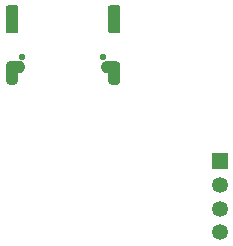
<source format=gbr>
%TF.GenerationSoftware,KiCad,Pcbnew,9.0.6-rc2*%
%TF.CreationDate,2026-01-29T22:58:21-08:00*%
%TF.ProjectId,hoja-dongle,686f6a61-2d64-46f6-9e67-6c652e6b6963,rev?*%
%TF.SameCoordinates,Original*%
%TF.FileFunction,Soldermask,Bot*%
%TF.FilePolarity,Negative*%
%FSLAX46Y46*%
G04 Gerber Fmt 4.6, Leading zero omitted, Abs format (unit mm)*
G04 Created by KiCad (PCBNEW 9.0.6-rc2) date 2026-01-29 22:58:21*
%MOMM*%
%LPD*%
G01*
G04 APERTURE LIST*
%ADD10C,0.010000*%
%ADD11R,1.350000X1.350000*%
%ADD12C,1.350000*%
%ADD13C,0.550000*%
G04 APERTURE END LIST*
D10*
%TO.C,J2*%
X110886000Y-26971000D02*
X110899000Y-26973000D01*
X110912000Y-26975000D01*
X110925000Y-26979000D01*
X110937000Y-26982000D01*
X110950000Y-26987000D01*
X110962000Y-26992000D01*
X110973000Y-26997000D01*
X110985000Y-27003000D01*
X110996000Y-27010001D01*
X111007001Y-27018000D01*
X111017000Y-27026000D01*
X111027000Y-27034000D01*
X111037000Y-27043000D01*
X111046000Y-27053000D01*
X111054000Y-27063000D01*
X111062000Y-27073000D01*
X111070000Y-27084000D01*
X111077000Y-27095000D01*
X111083000Y-27107000D01*
X111088000Y-27118000D01*
X111093000Y-27130000D01*
X111098000Y-27143000D01*
X111101000Y-27155000D01*
X111105000Y-27168000D01*
X111107000Y-27181000D01*
X111109000Y-27194000D01*
X111110000Y-27207000D01*
X111110000Y-27220000D01*
X111110000Y-29020000D01*
X111110000Y-29033001D01*
X111109000Y-29046000D01*
X111107000Y-29059000D01*
X111105000Y-29072000D01*
X111101000Y-29085000D01*
X111098000Y-29097000D01*
X111093000Y-29110000D01*
X111088000Y-29122000D01*
X111083000Y-29133000D01*
X111077000Y-29145000D01*
X111070000Y-29156000D01*
X111062000Y-29167000D01*
X111054000Y-29177000D01*
X111046000Y-29187000D01*
X111037000Y-29197000D01*
X111027000Y-29206000D01*
X111017000Y-29214000D01*
X111007000Y-29222000D01*
X110996000Y-29230000D01*
X110985000Y-29237000D01*
X110973000Y-29243001D01*
X110962000Y-29248000D01*
X110950000Y-29253000D01*
X110937000Y-29258000D01*
X110925000Y-29261000D01*
X110912000Y-29264999D01*
X110899000Y-29267000D01*
X110886000Y-29269000D01*
X110873000Y-29270000D01*
X110859999Y-29270000D01*
X110360000Y-29270000D01*
X110347001Y-29270000D01*
X110334000Y-29269000D01*
X110321000Y-29267000D01*
X110308000Y-29265000D01*
X110295000Y-29261000D01*
X110283000Y-29258000D01*
X110270000Y-29253001D01*
X110258001Y-29248000D01*
X110247000Y-29243000D01*
X110235000Y-29237000D01*
X110224000Y-29230000D01*
X110213000Y-29222000D01*
X110203000Y-29214000D01*
X110193000Y-29206000D01*
X110183000Y-29197000D01*
X110174000Y-29187000D01*
X110166000Y-29177000D01*
X110157999Y-29167000D01*
X110150000Y-29156000D01*
X110143000Y-29145000D01*
X110137000Y-29133000D01*
X110132000Y-29122000D01*
X110127000Y-29110000D01*
X110122000Y-29097000D01*
X110119000Y-29085000D01*
X110115000Y-29072000D01*
X110113000Y-29059000D01*
X110110999Y-29046000D01*
X110110000Y-29033000D01*
X110110000Y-29020000D01*
X110110000Y-27220000D01*
X110110000Y-27207000D01*
X110111000Y-27194000D01*
X110113001Y-27181000D01*
X110115000Y-27168000D01*
X110119000Y-27155000D01*
X110122000Y-27143000D01*
X110127001Y-27130000D01*
X110132000Y-27118000D01*
X110137000Y-27107000D01*
X110143000Y-27095000D01*
X110150000Y-27084000D01*
X110158000Y-27073000D01*
X110166000Y-27063000D01*
X110174000Y-27053000D01*
X110183000Y-27043000D01*
X110193000Y-27034000D01*
X110203000Y-27026000D01*
X110213000Y-27018000D01*
X110224000Y-27010000D01*
X110235000Y-27003000D01*
X110247000Y-26997000D01*
X110258000Y-26992000D01*
X110270000Y-26987000D01*
X110283000Y-26982000D01*
X110295000Y-26979000D01*
X110308000Y-26974999D01*
X110321000Y-26973000D01*
X110334000Y-26971000D01*
X110347000Y-26970000D01*
X110360000Y-26970000D01*
X110860000Y-26970000D01*
X110873000Y-26970000D01*
X110886000Y-26971000D01*
G36*
X110886000Y-26971000D02*
G01*
X110899000Y-26973000D01*
X110912000Y-26975000D01*
X110925000Y-26979000D01*
X110937000Y-26982000D01*
X110950000Y-26987000D01*
X110962000Y-26992000D01*
X110973000Y-26997000D01*
X110985000Y-27003000D01*
X110996000Y-27010001D01*
X111007001Y-27018000D01*
X111017000Y-27026000D01*
X111027000Y-27034000D01*
X111037000Y-27043000D01*
X111046000Y-27053000D01*
X111054000Y-27063000D01*
X111062000Y-27073000D01*
X111070000Y-27084000D01*
X111077000Y-27095000D01*
X111083000Y-27107000D01*
X111088000Y-27118000D01*
X111093000Y-27130000D01*
X111098000Y-27143000D01*
X111101000Y-27155000D01*
X111105000Y-27168000D01*
X111107000Y-27181000D01*
X111109000Y-27194000D01*
X111110000Y-27207000D01*
X111110000Y-27220000D01*
X111110000Y-29020000D01*
X111110000Y-29033001D01*
X111109000Y-29046000D01*
X111107000Y-29059000D01*
X111105000Y-29072000D01*
X111101000Y-29085000D01*
X111098000Y-29097000D01*
X111093000Y-29110000D01*
X111088000Y-29122000D01*
X111083000Y-29133000D01*
X111077000Y-29145000D01*
X111070000Y-29156000D01*
X111062000Y-29167000D01*
X111054000Y-29177000D01*
X111046000Y-29187000D01*
X111037000Y-29197000D01*
X111027000Y-29206000D01*
X111017000Y-29214000D01*
X111007000Y-29222000D01*
X110996000Y-29230000D01*
X110985000Y-29237000D01*
X110973000Y-29243001D01*
X110962000Y-29248000D01*
X110950000Y-29253000D01*
X110937000Y-29258000D01*
X110925000Y-29261000D01*
X110912000Y-29264999D01*
X110899000Y-29267000D01*
X110886000Y-29269000D01*
X110873000Y-29270000D01*
X110859999Y-29270000D01*
X110360000Y-29270000D01*
X110347001Y-29270000D01*
X110334000Y-29269000D01*
X110321000Y-29267000D01*
X110308000Y-29265000D01*
X110295000Y-29261000D01*
X110283000Y-29258000D01*
X110270000Y-29253001D01*
X110258001Y-29248000D01*
X110247000Y-29243000D01*
X110235000Y-29237000D01*
X110224000Y-29230000D01*
X110213000Y-29222000D01*
X110203000Y-29214000D01*
X110193000Y-29206000D01*
X110183000Y-29197000D01*
X110174000Y-29187000D01*
X110166000Y-29177000D01*
X110157999Y-29167000D01*
X110150000Y-29156000D01*
X110143000Y-29145000D01*
X110137000Y-29133000D01*
X110132000Y-29122000D01*
X110127000Y-29110000D01*
X110122000Y-29097000D01*
X110119000Y-29085000D01*
X110115000Y-29072000D01*
X110113000Y-29059000D01*
X110110999Y-29046000D01*
X110110000Y-29033000D01*
X110110000Y-29020000D01*
X110110000Y-27220000D01*
X110110000Y-27207000D01*
X110111000Y-27194000D01*
X110113001Y-27181000D01*
X110115000Y-27168000D01*
X110119000Y-27155000D01*
X110122000Y-27143000D01*
X110127001Y-27130000D01*
X110132000Y-27118000D01*
X110137000Y-27107000D01*
X110143000Y-27095000D01*
X110150000Y-27084000D01*
X110158000Y-27073000D01*
X110166000Y-27063000D01*
X110174000Y-27053000D01*
X110183000Y-27043000D01*
X110193000Y-27034000D01*
X110203000Y-27026000D01*
X110213000Y-27018000D01*
X110224000Y-27010000D01*
X110235000Y-27003000D01*
X110247000Y-26997000D01*
X110258000Y-26992000D01*
X110270000Y-26987000D01*
X110283000Y-26982000D01*
X110295000Y-26979000D01*
X110308000Y-26974999D01*
X110321000Y-26973000D01*
X110334000Y-26971000D01*
X110347000Y-26970000D01*
X110360000Y-26970000D01*
X110860000Y-26970000D01*
X110873000Y-26970000D01*
X110886000Y-26971000D01*
G37*
X119526000Y-26971000D02*
X119539000Y-26973000D01*
X119552000Y-26974999D01*
X119565000Y-26979000D01*
X119577000Y-26982000D01*
X119590000Y-26987000D01*
X119602000Y-26992000D01*
X119613000Y-26997000D01*
X119625000Y-27003000D01*
X119636000Y-27010000D01*
X119647000Y-27018000D01*
X119657000Y-27026000D01*
X119667000Y-27034000D01*
X119677000Y-27043000D01*
X119686000Y-27053000D01*
X119694000Y-27063000D01*
X119702000Y-27073000D01*
X119710000Y-27084000D01*
X119717000Y-27095000D01*
X119723000Y-27107000D01*
X119728000Y-27118000D01*
X119732999Y-27130000D01*
X119738000Y-27143000D01*
X119741000Y-27155000D01*
X119745000Y-27168000D01*
X119746999Y-27181000D01*
X119749000Y-27194000D01*
X119750000Y-27207000D01*
X119750000Y-27220000D01*
X119750000Y-29020000D01*
X119750000Y-29033000D01*
X119749001Y-29046000D01*
X119747000Y-29059000D01*
X119745000Y-29072000D01*
X119741000Y-29085000D01*
X119738000Y-29097000D01*
X119733000Y-29110000D01*
X119728000Y-29122000D01*
X119723000Y-29133000D01*
X119717000Y-29145000D01*
X119710000Y-29156000D01*
X119702001Y-29167000D01*
X119694000Y-29177000D01*
X119686000Y-29187000D01*
X119677000Y-29197000D01*
X119667000Y-29206000D01*
X119657000Y-29214000D01*
X119647000Y-29222000D01*
X119636000Y-29230000D01*
X119625000Y-29237000D01*
X119613000Y-29243000D01*
X119601999Y-29248000D01*
X119590000Y-29253001D01*
X119577000Y-29258000D01*
X119565000Y-29261000D01*
X119552000Y-29265000D01*
X119539000Y-29267000D01*
X119526000Y-29269000D01*
X119512999Y-29270000D01*
X119500000Y-29270000D01*
X119000001Y-29270000D01*
X118987000Y-29270000D01*
X118974000Y-29269000D01*
X118961000Y-29267000D01*
X118948000Y-29264999D01*
X118935000Y-29261000D01*
X118923000Y-29258000D01*
X118910000Y-29253000D01*
X118898000Y-29248000D01*
X118887000Y-29243001D01*
X118875000Y-29237000D01*
X118864000Y-29230000D01*
X118853000Y-29222000D01*
X118843000Y-29214000D01*
X118833000Y-29206000D01*
X118823000Y-29197000D01*
X118814000Y-29187000D01*
X118806000Y-29177000D01*
X118798000Y-29167000D01*
X118790000Y-29156000D01*
X118783000Y-29145000D01*
X118777000Y-29133000D01*
X118772000Y-29122000D01*
X118767000Y-29110000D01*
X118762000Y-29097000D01*
X118759000Y-29085000D01*
X118755000Y-29072000D01*
X118753000Y-29059000D01*
X118751000Y-29046000D01*
X118750000Y-29033001D01*
X118750000Y-29020000D01*
X118750000Y-27220000D01*
X118750000Y-27207000D01*
X118751000Y-27194000D01*
X118753000Y-27181000D01*
X118755000Y-27168000D01*
X118759000Y-27155000D01*
X118762000Y-27143000D01*
X118767000Y-27130000D01*
X118772000Y-27118000D01*
X118777000Y-27107000D01*
X118783000Y-27095000D01*
X118790000Y-27084000D01*
X118798000Y-27073000D01*
X118806000Y-27063000D01*
X118814000Y-27053000D01*
X118823000Y-27043000D01*
X118833000Y-27034000D01*
X118843000Y-27026000D01*
X118852999Y-27018000D01*
X118864000Y-27010001D01*
X118875000Y-27003000D01*
X118887000Y-26997000D01*
X118898000Y-26992000D01*
X118910000Y-26987000D01*
X118923000Y-26982000D01*
X118935000Y-26979000D01*
X118948000Y-26975000D01*
X118961000Y-26973000D01*
X118974000Y-26971000D01*
X118987000Y-26970000D01*
X119000000Y-26970000D01*
X119500000Y-26970000D01*
X119513000Y-26970000D01*
X119526000Y-26971000D01*
G36*
X119526000Y-26971000D02*
G01*
X119539000Y-26973000D01*
X119552000Y-26974999D01*
X119565000Y-26979000D01*
X119577000Y-26982000D01*
X119590000Y-26987000D01*
X119602000Y-26992000D01*
X119613000Y-26997000D01*
X119625000Y-27003000D01*
X119636000Y-27010000D01*
X119647000Y-27018000D01*
X119657000Y-27026000D01*
X119667000Y-27034000D01*
X119677000Y-27043000D01*
X119686000Y-27053000D01*
X119694000Y-27063000D01*
X119702000Y-27073000D01*
X119710000Y-27084000D01*
X119717000Y-27095000D01*
X119723000Y-27107000D01*
X119728000Y-27118000D01*
X119732999Y-27130000D01*
X119738000Y-27143000D01*
X119741000Y-27155000D01*
X119745000Y-27168000D01*
X119746999Y-27181000D01*
X119749000Y-27194000D01*
X119750000Y-27207000D01*
X119750000Y-27220000D01*
X119750000Y-29020000D01*
X119750000Y-29033000D01*
X119749001Y-29046000D01*
X119747000Y-29059000D01*
X119745000Y-29072000D01*
X119741000Y-29085000D01*
X119738000Y-29097000D01*
X119733000Y-29110000D01*
X119728000Y-29122000D01*
X119723000Y-29133000D01*
X119717000Y-29145000D01*
X119710000Y-29156000D01*
X119702001Y-29167000D01*
X119694000Y-29177000D01*
X119686000Y-29187000D01*
X119677000Y-29197000D01*
X119667000Y-29206000D01*
X119657000Y-29214000D01*
X119647000Y-29222000D01*
X119636000Y-29230000D01*
X119625000Y-29237000D01*
X119613000Y-29243000D01*
X119601999Y-29248000D01*
X119590000Y-29253001D01*
X119577000Y-29258000D01*
X119565000Y-29261000D01*
X119552000Y-29265000D01*
X119539000Y-29267000D01*
X119526000Y-29269000D01*
X119512999Y-29270000D01*
X119500000Y-29270000D01*
X119000001Y-29270000D01*
X118987000Y-29270000D01*
X118974000Y-29269000D01*
X118961000Y-29267000D01*
X118948000Y-29264999D01*
X118935000Y-29261000D01*
X118923000Y-29258000D01*
X118910000Y-29253000D01*
X118898000Y-29248000D01*
X118887000Y-29243001D01*
X118875000Y-29237000D01*
X118864000Y-29230000D01*
X118853000Y-29222000D01*
X118843000Y-29214000D01*
X118833000Y-29206000D01*
X118823000Y-29197000D01*
X118814000Y-29187000D01*
X118806000Y-29177000D01*
X118798000Y-29167000D01*
X118790000Y-29156000D01*
X118783000Y-29145000D01*
X118777000Y-29133000D01*
X118772000Y-29122000D01*
X118767000Y-29110000D01*
X118762000Y-29097000D01*
X118759000Y-29085000D01*
X118755000Y-29072000D01*
X118753000Y-29059000D01*
X118751000Y-29046000D01*
X118750000Y-29033001D01*
X118750000Y-29020000D01*
X118750000Y-27220000D01*
X118750000Y-27207000D01*
X118751000Y-27194000D01*
X118753000Y-27181000D01*
X118755000Y-27168000D01*
X118759000Y-27155000D01*
X118762000Y-27143000D01*
X118767000Y-27130000D01*
X118772000Y-27118000D01*
X118777000Y-27107000D01*
X118783000Y-27095000D01*
X118790000Y-27084000D01*
X118798000Y-27073000D01*
X118806000Y-27063000D01*
X118814000Y-27053000D01*
X118823000Y-27043000D01*
X118833000Y-27034000D01*
X118843000Y-27026000D01*
X118852999Y-27018000D01*
X118864000Y-27010001D01*
X118875000Y-27003000D01*
X118887000Y-26997000D01*
X118898000Y-26992000D01*
X118910000Y-26987000D01*
X118923000Y-26982000D01*
X118935000Y-26979000D01*
X118948000Y-26975000D01*
X118961000Y-26973000D01*
X118974000Y-26971000D01*
X118987000Y-26970000D01*
X119000000Y-26970000D01*
X119500000Y-26970000D01*
X119513000Y-26970000D01*
X119526000Y-26971000D01*
G37*
X111198000Y-31672000D02*
X111224000Y-31675000D01*
X111249000Y-31679000D01*
X111275000Y-31685000D01*
X111300000Y-31692000D01*
X111324000Y-31699999D01*
X111348000Y-31709000D01*
X111372001Y-31720000D01*
X111395000Y-31732000D01*
X111417000Y-31745000D01*
X111439000Y-31759000D01*
X111460000Y-31775000D01*
X111480000Y-31791001D01*
X111499001Y-31809000D01*
X111517001Y-31827000D01*
X111533999Y-31847000D01*
X111550000Y-31867000D01*
X111565000Y-31888000D01*
X111579000Y-31910000D01*
X111592000Y-31933000D01*
X111604000Y-31956000D01*
X111614000Y-31980000D01*
X111623000Y-32004000D01*
X111631000Y-32029000D01*
X111637000Y-32054000D01*
X111643000Y-32079000D01*
X111646000Y-32105000D01*
X111649000Y-32130000D01*
X111650000Y-32160000D01*
X111649000Y-32184000D01*
X111647000Y-32208000D01*
X111644000Y-32232000D01*
X111640000Y-32256000D01*
X111634000Y-32279000D01*
X111627000Y-32302000D01*
X111619000Y-32325000D01*
X111610000Y-32347000D01*
X111600000Y-32368999D01*
X111588000Y-32390000D01*
X111576000Y-32411000D01*
X111562000Y-32430000D01*
X111547000Y-32449000D01*
X111532000Y-32468000D01*
X111515000Y-32485000D01*
X111498000Y-32502001D01*
X111479000Y-32517000D01*
X111460000Y-32532000D01*
X111441000Y-32546000D01*
X111420000Y-32558000D01*
X111399000Y-32570000D01*
X111377000Y-32580000D01*
X111355000Y-32589000D01*
X111332000Y-32597000D01*
X111309000Y-32604000D01*
X111285999Y-32610000D01*
X111262000Y-32614000D01*
X111238000Y-32617000D01*
X111214000Y-32619000D01*
X111190000Y-32620000D01*
X111150000Y-32620000D01*
X111148000Y-32620000D01*
X111146000Y-32620000D01*
X111144000Y-32620000D01*
X111142000Y-32621000D01*
X111140000Y-32621000D01*
X111138000Y-32622000D01*
X111136000Y-32623000D01*
X111134000Y-32623000D01*
X111132000Y-32624001D01*
X111130000Y-32625000D01*
X111128000Y-32626000D01*
X111126000Y-32628000D01*
X111125000Y-32629000D01*
X111123000Y-32630000D01*
X111121999Y-32632000D01*
X111120000Y-32633000D01*
X111119000Y-32635000D01*
X111118000Y-32635999D01*
X111116000Y-32638000D01*
X111115000Y-32640000D01*
X111114001Y-32642000D01*
X111113000Y-32644000D01*
X111113000Y-32646000D01*
X111112000Y-32648000D01*
X111111000Y-32650000D01*
X111111000Y-32652000D01*
X111110000Y-32654000D01*
X111110001Y-32656000D01*
X111110000Y-32658000D01*
X111110000Y-32660000D01*
X111110000Y-33160000D01*
X111109000Y-33186000D01*
X111107000Y-33212000D01*
X111104000Y-33238000D01*
X111098999Y-33264000D01*
X111093000Y-33289000D01*
X111086000Y-33314999D01*
X111077000Y-33339000D01*
X111067001Y-33363000D01*
X111056000Y-33387000D01*
X111043000Y-33410000D01*
X111029000Y-33432000D01*
X111015000Y-33454000D01*
X110999000Y-33475000D01*
X110982000Y-33495001D01*
X110964000Y-33514001D01*
X110945000Y-33532001D01*
X110925000Y-33549000D01*
X110904001Y-33565000D01*
X110882000Y-33579000D01*
X110860000Y-33593000D01*
X110837000Y-33606000D01*
X110813000Y-33617001D01*
X110789000Y-33627000D01*
X110765000Y-33636000D01*
X110739000Y-33642999D01*
X110714000Y-33649000D01*
X110688000Y-33654000D01*
X110662000Y-33657000D01*
X110636000Y-33659000D01*
X110610000Y-33660000D01*
X110584000Y-33659001D01*
X110558000Y-33657000D01*
X110531999Y-33654000D01*
X110506000Y-33649000D01*
X110481000Y-33643000D01*
X110455000Y-33636000D01*
X110431000Y-33627000D01*
X110407000Y-33617000D01*
X110383000Y-33605999D01*
X110360000Y-33593001D01*
X110338000Y-33579000D01*
X110316000Y-33565000D01*
X110295000Y-33549000D01*
X110275000Y-33532000D01*
X110256000Y-33514000D01*
X110238000Y-33495000D01*
X110221000Y-33475000D01*
X110205000Y-33454000D01*
X110191000Y-33431999D01*
X110176999Y-33410000D01*
X110164001Y-33387000D01*
X110153000Y-33363000D01*
X110143000Y-33339000D01*
X110134000Y-33315000D01*
X110127000Y-33289000D01*
X110121000Y-33264000D01*
X110116000Y-33238000D01*
X110113001Y-33212000D01*
X110111000Y-33186001D01*
X110110000Y-33160000D01*
X110110000Y-32170000D01*
X110111000Y-32144000D01*
X110113001Y-32118000D01*
X110116000Y-32092000D01*
X110121000Y-32066000D01*
X110127000Y-32041000D01*
X110134000Y-32015000D01*
X110143000Y-31991000D01*
X110153000Y-31967000D01*
X110164000Y-31942999D01*
X110177000Y-31919999D01*
X110191000Y-31898001D01*
X110205000Y-31876000D01*
X110221000Y-31855000D01*
X110238000Y-31835000D01*
X110256000Y-31816000D01*
X110275000Y-31798000D01*
X110295000Y-31781000D01*
X110316000Y-31765000D01*
X110338000Y-31751000D01*
X110360000Y-31736999D01*
X110382999Y-31724000D01*
X110407000Y-31713000D01*
X110431000Y-31703000D01*
X110455000Y-31694000D01*
X110481000Y-31687000D01*
X110506000Y-31681000D01*
X110532000Y-31675999D01*
X110558000Y-31673000D01*
X110584000Y-31671000D01*
X110610000Y-31670000D01*
X111150000Y-31670000D01*
X111172000Y-31670000D01*
X111198000Y-31672000D01*
G36*
X111198000Y-31672000D02*
G01*
X111224000Y-31675000D01*
X111249000Y-31679000D01*
X111275000Y-31685000D01*
X111300000Y-31692000D01*
X111324000Y-31699999D01*
X111348000Y-31709000D01*
X111372001Y-31720000D01*
X111395000Y-31732000D01*
X111417000Y-31745000D01*
X111439000Y-31759000D01*
X111460000Y-31775000D01*
X111480000Y-31791001D01*
X111499001Y-31809000D01*
X111517001Y-31827000D01*
X111533999Y-31847000D01*
X111550000Y-31867000D01*
X111565000Y-31888000D01*
X111579000Y-31910000D01*
X111592000Y-31933000D01*
X111604000Y-31956000D01*
X111614000Y-31980000D01*
X111623000Y-32004000D01*
X111631000Y-32029000D01*
X111637000Y-32054000D01*
X111643000Y-32079000D01*
X111646000Y-32105000D01*
X111649000Y-32130000D01*
X111650000Y-32160000D01*
X111649000Y-32184000D01*
X111647000Y-32208000D01*
X111644000Y-32232000D01*
X111640000Y-32256000D01*
X111634000Y-32279000D01*
X111627000Y-32302000D01*
X111619000Y-32325000D01*
X111610000Y-32347000D01*
X111600000Y-32368999D01*
X111588000Y-32390000D01*
X111576000Y-32411000D01*
X111562000Y-32430000D01*
X111547000Y-32449000D01*
X111532000Y-32468000D01*
X111515000Y-32485000D01*
X111498000Y-32502001D01*
X111479000Y-32517000D01*
X111460000Y-32532000D01*
X111441000Y-32546000D01*
X111420000Y-32558000D01*
X111399000Y-32570000D01*
X111377000Y-32580000D01*
X111355000Y-32589000D01*
X111332000Y-32597000D01*
X111309000Y-32604000D01*
X111285999Y-32610000D01*
X111262000Y-32614000D01*
X111238000Y-32617000D01*
X111214000Y-32619000D01*
X111190000Y-32620000D01*
X111150000Y-32620000D01*
X111148000Y-32620000D01*
X111146000Y-32620000D01*
X111144000Y-32620000D01*
X111142000Y-32621000D01*
X111140000Y-32621000D01*
X111138000Y-32622000D01*
X111136000Y-32623000D01*
X111134000Y-32623000D01*
X111132000Y-32624001D01*
X111130000Y-32625000D01*
X111128000Y-32626000D01*
X111126000Y-32628000D01*
X111125000Y-32629000D01*
X111123000Y-32630000D01*
X111121999Y-32632000D01*
X111120000Y-32633000D01*
X111119000Y-32635000D01*
X111118000Y-32635999D01*
X111116000Y-32638000D01*
X111115000Y-32640000D01*
X111114001Y-32642000D01*
X111113000Y-32644000D01*
X111113000Y-32646000D01*
X111112000Y-32648000D01*
X111111000Y-32650000D01*
X111111000Y-32652000D01*
X111110000Y-32654000D01*
X111110001Y-32656000D01*
X111110000Y-32658000D01*
X111110000Y-32660000D01*
X111110000Y-33160000D01*
X111109000Y-33186000D01*
X111107000Y-33212000D01*
X111104000Y-33238000D01*
X111098999Y-33264000D01*
X111093000Y-33289000D01*
X111086000Y-33314999D01*
X111077000Y-33339000D01*
X111067001Y-33363000D01*
X111056000Y-33387000D01*
X111043000Y-33410000D01*
X111029000Y-33432000D01*
X111015000Y-33454000D01*
X110999000Y-33475000D01*
X110982000Y-33495001D01*
X110964000Y-33514001D01*
X110945000Y-33532001D01*
X110925000Y-33549000D01*
X110904001Y-33565000D01*
X110882000Y-33579000D01*
X110860000Y-33593000D01*
X110837000Y-33606000D01*
X110813000Y-33617001D01*
X110789000Y-33627000D01*
X110765000Y-33636000D01*
X110739000Y-33642999D01*
X110714000Y-33649000D01*
X110688000Y-33654000D01*
X110662000Y-33657000D01*
X110636000Y-33659000D01*
X110610000Y-33660000D01*
X110584000Y-33659001D01*
X110558000Y-33657000D01*
X110531999Y-33654000D01*
X110506000Y-33649000D01*
X110481000Y-33643000D01*
X110455000Y-33636000D01*
X110431000Y-33627000D01*
X110407000Y-33617000D01*
X110383000Y-33605999D01*
X110360000Y-33593001D01*
X110338000Y-33579000D01*
X110316000Y-33565000D01*
X110295000Y-33549000D01*
X110275000Y-33532000D01*
X110256000Y-33514000D01*
X110238000Y-33495000D01*
X110221000Y-33475000D01*
X110205000Y-33454000D01*
X110191000Y-33431999D01*
X110176999Y-33410000D01*
X110164001Y-33387000D01*
X110153000Y-33363000D01*
X110143000Y-33339000D01*
X110134000Y-33315000D01*
X110127000Y-33289000D01*
X110121000Y-33264000D01*
X110116000Y-33238000D01*
X110113001Y-33212000D01*
X110111000Y-33186001D01*
X110110000Y-33160000D01*
X110110000Y-32170000D01*
X110111000Y-32144000D01*
X110113001Y-32118000D01*
X110116000Y-32092000D01*
X110121000Y-32066000D01*
X110127000Y-32041000D01*
X110134000Y-32015000D01*
X110143000Y-31991000D01*
X110153000Y-31967000D01*
X110164000Y-31942999D01*
X110177000Y-31919999D01*
X110191000Y-31898001D01*
X110205000Y-31876000D01*
X110221000Y-31855000D01*
X110238000Y-31835000D01*
X110256000Y-31816000D01*
X110275000Y-31798000D01*
X110295000Y-31781000D01*
X110316000Y-31765000D01*
X110338000Y-31751000D01*
X110360000Y-31736999D01*
X110382999Y-31724000D01*
X110407000Y-31713000D01*
X110431000Y-31703000D01*
X110455000Y-31694000D01*
X110481000Y-31687000D01*
X110506000Y-31681000D01*
X110532000Y-31675999D01*
X110558000Y-31673000D01*
X110584000Y-31671000D01*
X110610000Y-31670000D01*
X111150000Y-31670000D01*
X111172000Y-31670000D01*
X111198000Y-31672000D01*
G37*
X119276000Y-31671000D02*
X119302000Y-31673000D01*
X119328000Y-31675999D01*
X119354000Y-31681000D01*
X119379000Y-31687000D01*
X119405000Y-31694000D01*
X119429000Y-31703000D01*
X119453000Y-31713000D01*
X119477001Y-31724000D01*
X119500000Y-31736999D01*
X119522000Y-31751000D01*
X119544000Y-31765000D01*
X119565000Y-31781000D01*
X119585000Y-31798000D01*
X119604000Y-31816000D01*
X119622000Y-31835000D01*
X119639000Y-31855000D01*
X119655000Y-31876000D01*
X119669000Y-31898001D01*
X119683000Y-31919999D01*
X119696000Y-31942999D01*
X119707000Y-31967000D01*
X119717000Y-31991000D01*
X119726000Y-32015000D01*
X119733000Y-32041000D01*
X119739000Y-32066000D01*
X119744000Y-32092000D01*
X119746999Y-32118000D01*
X119749000Y-32144000D01*
X119750000Y-32170000D01*
X119750000Y-32670000D01*
X119750000Y-33170000D01*
X119749000Y-33196000D01*
X119746999Y-33222000D01*
X119744000Y-33248000D01*
X119739000Y-33274000D01*
X119733000Y-33299000D01*
X119726000Y-33325000D01*
X119717000Y-33349000D01*
X119707000Y-33373000D01*
X119696000Y-33397001D01*
X119683000Y-33420001D01*
X119669000Y-33441999D01*
X119655000Y-33464000D01*
X119639000Y-33485000D01*
X119622000Y-33505000D01*
X119604000Y-33524000D01*
X119585000Y-33542000D01*
X119565000Y-33559000D01*
X119544000Y-33575000D01*
X119522000Y-33589000D01*
X119500000Y-33603001D01*
X119477001Y-33616000D01*
X119453000Y-33627000D01*
X119429000Y-33637000D01*
X119405000Y-33646000D01*
X119379000Y-33653000D01*
X119354000Y-33659000D01*
X119328000Y-33664001D01*
X119302000Y-33667000D01*
X119276000Y-33669000D01*
X119250000Y-33670000D01*
X119224000Y-33669000D01*
X119198000Y-33667000D01*
X119172000Y-33664000D01*
X119146000Y-33659000D01*
X119121000Y-33652999D01*
X119095000Y-33646000D01*
X119071000Y-33637000D01*
X119047000Y-33627000D01*
X119023000Y-33616000D01*
X119000000Y-33603000D01*
X118978000Y-33589000D01*
X118956000Y-33575001D01*
X118935000Y-33559000D01*
X118915000Y-33542001D01*
X118896000Y-33524000D01*
X118878000Y-33505000D01*
X118861000Y-33485000D01*
X118845000Y-33464000D01*
X118831000Y-33442000D01*
X118817000Y-33420000D01*
X118804000Y-33397000D01*
X118793000Y-33373001D01*
X118783000Y-33349000D01*
X118774000Y-33324999D01*
X118767000Y-33299000D01*
X118761001Y-33274000D01*
X118756000Y-33248000D01*
X118753000Y-33222000D01*
X118751000Y-33196000D01*
X118750000Y-33169999D01*
X118750000Y-32670000D01*
X118750000Y-32668000D01*
X118749999Y-32666000D01*
X118750000Y-32663999D01*
X118749000Y-32662000D01*
X118749000Y-32660000D01*
X118748000Y-32658000D01*
X118747000Y-32656000D01*
X118747000Y-32654000D01*
X118746000Y-32652001D01*
X118745000Y-32649999D01*
X118744000Y-32648000D01*
X118742000Y-32645999D01*
X118741000Y-32645000D01*
X118740000Y-32643000D01*
X118738001Y-32642000D01*
X118737000Y-32640000D01*
X118735000Y-32639000D01*
X118734000Y-32638000D01*
X118732000Y-32635999D01*
X118730000Y-32635000D01*
X118728000Y-32634000D01*
X118726000Y-32633000D01*
X118724000Y-32633000D01*
X118722000Y-32632000D01*
X118720000Y-32631000D01*
X118718000Y-32631000D01*
X118716000Y-32630000D01*
X118714000Y-32630000D01*
X118712000Y-32630000D01*
X118710000Y-32630000D01*
X118670000Y-32630000D01*
X118646000Y-32629000D01*
X118622000Y-32627000D01*
X118598000Y-32624000D01*
X118574000Y-32620000D01*
X118551000Y-32614000D01*
X118528000Y-32607000D01*
X118505000Y-32599000D01*
X118483000Y-32590000D01*
X118461000Y-32579999D01*
X118440000Y-32568000D01*
X118419000Y-32556000D01*
X118400000Y-32542000D01*
X118381000Y-32527000D01*
X118362000Y-32512001D01*
X118345000Y-32495000D01*
X118328000Y-32478000D01*
X118313000Y-32459000D01*
X118298000Y-32440000D01*
X118284001Y-32421000D01*
X118272000Y-32400000D01*
X118260001Y-32379000D01*
X118250000Y-32357000D01*
X118241000Y-32335000D01*
X118233000Y-32312000D01*
X118226000Y-32289000D01*
X118220000Y-32266000D01*
X118216000Y-32242000D01*
X118213000Y-32218000D01*
X118211000Y-32194000D01*
X118210000Y-32170000D01*
X118211000Y-32144000D01*
X118213001Y-32118000D01*
X118216000Y-32092000D01*
X118221000Y-32066000D01*
X118227000Y-32041000D01*
X118234000Y-32015000D01*
X118243000Y-31991000D01*
X118253000Y-31967000D01*
X118264000Y-31942999D01*
X118276999Y-31920000D01*
X118290999Y-31898000D01*
X118305000Y-31876000D01*
X118321000Y-31855000D01*
X118338000Y-31835000D01*
X118356000Y-31816000D01*
X118375000Y-31798000D01*
X118395000Y-31781000D01*
X118416000Y-31765000D01*
X118438000Y-31750999D01*
X118460000Y-31736999D01*
X118482999Y-31724000D01*
X118507000Y-31713000D01*
X118531000Y-31703000D01*
X118555000Y-31694000D01*
X118581000Y-31687000D01*
X118606000Y-31681000D01*
X118632000Y-31676000D01*
X118658001Y-31673000D01*
X118684000Y-31671000D01*
X118710000Y-31670000D01*
X119250000Y-31670000D01*
X119276000Y-31671000D01*
G36*
X119276000Y-31671000D02*
G01*
X119302000Y-31673000D01*
X119328000Y-31675999D01*
X119354000Y-31681000D01*
X119379000Y-31687000D01*
X119405000Y-31694000D01*
X119429000Y-31703000D01*
X119453000Y-31713000D01*
X119477001Y-31724000D01*
X119500000Y-31736999D01*
X119522000Y-31751000D01*
X119544000Y-31765000D01*
X119565000Y-31781000D01*
X119585000Y-31798000D01*
X119604000Y-31816000D01*
X119622000Y-31835000D01*
X119639000Y-31855000D01*
X119655000Y-31876000D01*
X119669000Y-31898001D01*
X119683000Y-31919999D01*
X119696000Y-31942999D01*
X119707000Y-31967000D01*
X119717000Y-31991000D01*
X119726000Y-32015000D01*
X119733000Y-32041000D01*
X119739000Y-32066000D01*
X119744000Y-32092000D01*
X119746999Y-32118000D01*
X119749000Y-32144000D01*
X119750000Y-32170000D01*
X119750000Y-32670000D01*
X119750000Y-33170000D01*
X119749000Y-33196000D01*
X119746999Y-33222000D01*
X119744000Y-33248000D01*
X119739000Y-33274000D01*
X119733000Y-33299000D01*
X119726000Y-33325000D01*
X119717000Y-33349000D01*
X119707000Y-33373000D01*
X119696000Y-33397001D01*
X119683000Y-33420001D01*
X119669000Y-33441999D01*
X119655000Y-33464000D01*
X119639000Y-33485000D01*
X119622000Y-33505000D01*
X119604000Y-33524000D01*
X119585000Y-33542000D01*
X119565000Y-33559000D01*
X119544000Y-33575000D01*
X119522000Y-33589000D01*
X119500000Y-33603001D01*
X119477001Y-33616000D01*
X119453000Y-33627000D01*
X119429000Y-33637000D01*
X119405000Y-33646000D01*
X119379000Y-33653000D01*
X119354000Y-33659000D01*
X119328000Y-33664001D01*
X119302000Y-33667000D01*
X119276000Y-33669000D01*
X119250000Y-33670000D01*
X119224000Y-33669000D01*
X119198000Y-33667000D01*
X119172000Y-33664000D01*
X119146000Y-33659000D01*
X119121000Y-33652999D01*
X119095000Y-33646000D01*
X119071000Y-33637000D01*
X119047000Y-33627000D01*
X119023000Y-33616000D01*
X119000000Y-33603000D01*
X118978000Y-33589000D01*
X118956000Y-33575001D01*
X118935000Y-33559000D01*
X118915000Y-33542001D01*
X118896000Y-33524000D01*
X118878000Y-33505000D01*
X118861000Y-33485000D01*
X118845000Y-33464000D01*
X118831000Y-33442000D01*
X118817000Y-33420000D01*
X118804000Y-33397000D01*
X118793000Y-33373001D01*
X118783000Y-33349000D01*
X118774000Y-33324999D01*
X118767000Y-33299000D01*
X118761001Y-33274000D01*
X118756000Y-33248000D01*
X118753000Y-33222000D01*
X118751000Y-33196000D01*
X118750000Y-33169999D01*
X118750000Y-32670000D01*
X118750000Y-32668000D01*
X118749999Y-32666000D01*
X118750000Y-32663999D01*
X118749000Y-32662000D01*
X118749000Y-32660000D01*
X118748000Y-32658000D01*
X118747000Y-32656000D01*
X118747000Y-32654000D01*
X118746000Y-32652001D01*
X118745000Y-32649999D01*
X118744000Y-32648000D01*
X118742000Y-32645999D01*
X118741000Y-32645000D01*
X118740000Y-32643000D01*
X118738001Y-32642000D01*
X118737000Y-32640000D01*
X118735000Y-32639000D01*
X118734000Y-32638000D01*
X118732000Y-32635999D01*
X118730000Y-32635000D01*
X118728000Y-32634000D01*
X118726000Y-32633000D01*
X118724000Y-32633000D01*
X118722000Y-32632000D01*
X118720000Y-32631000D01*
X118718000Y-32631000D01*
X118716000Y-32630000D01*
X118714000Y-32630000D01*
X118712000Y-32630000D01*
X118710000Y-32630000D01*
X118670000Y-32630000D01*
X118646000Y-32629000D01*
X118622000Y-32627000D01*
X118598000Y-32624000D01*
X118574000Y-32620000D01*
X118551000Y-32614000D01*
X118528000Y-32607000D01*
X118505000Y-32599000D01*
X118483000Y-32590000D01*
X118461000Y-32579999D01*
X118440000Y-32568000D01*
X118419000Y-32556000D01*
X118400000Y-32542000D01*
X118381000Y-32527000D01*
X118362000Y-32512001D01*
X118345000Y-32495000D01*
X118328000Y-32478000D01*
X118313000Y-32459000D01*
X118298000Y-32440000D01*
X118284001Y-32421000D01*
X118272000Y-32400000D01*
X118260001Y-32379000D01*
X118250000Y-32357000D01*
X118241000Y-32335000D01*
X118233000Y-32312000D01*
X118226000Y-32289000D01*
X118220000Y-32266000D01*
X118216000Y-32242000D01*
X118213000Y-32218000D01*
X118211000Y-32194000D01*
X118210000Y-32170000D01*
X118211000Y-32144000D01*
X118213001Y-32118000D01*
X118216000Y-32092000D01*
X118221000Y-32066000D01*
X118227000Y-32041000D01*
X118234000Y-32015000D01*
X118243000Y-31991000D01*
X118253000Y-31967000D01*
X118264000Y-31942999D01*
X118276999Y-31920000D01*
X118290999Y-31898000D01*
X118305000Y-31876000D01*
X118321000Y-31855000D01*
X118338000Y-31835000D01*
X118356000Y-31816000D01*
X118375000Y-31798000D01*
X118395000Y-31781000D01*
X118416000Y-31765000D01*
X118438000Y-31750999D01*
X118460000Y-31736999D01*
X118482999Y-31724000D01*
X118507000Y-31713000D01*
X118531000Y-31703000D01*
X118555000Y-31694000D01*
X118581000Y-31687000D01*
X118606000Y-31681000D01*
X118632000Y-31676000D01*
X118658001Y-31673000D01*
X118684000Y-31671000D01*
X118710000Y-31670000D01*
X119250000Y-31670000D01*
X119276000Y-31671000D01*
G37*
%TD*%
D11*
%TO.C,J3*%
X128230000Y-40179999D03*
D12*
X128230000Y-42180000D03*
X128230000Y-44179999D03*
X128230000Y-46179999D03*
%TD*%
D13*
%TO.C,J2*%
X118330000Y-31320000D03*
X111530000Y-31320000D03*
%TD*%
M02*

</source>
